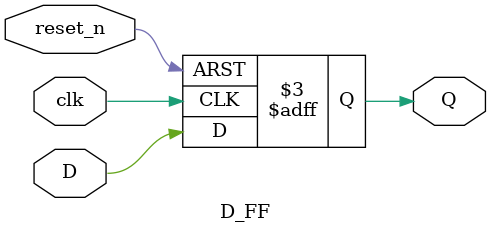
<source format=v>
`timescale 1ns / 1ps


module D_FF(
input clk,
input reset_n,
input D,
output reg Q
    );
    
 always @ (posedge clk, negedge reset_n)
 begin
 if(!reset_n)
 Q <= 'b0;
 else
 Q <= D;
 end
endmodule

</source>
